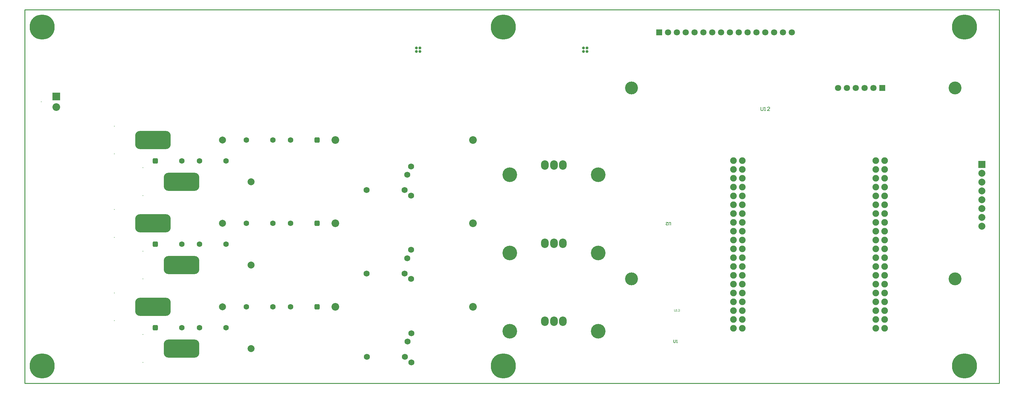
<source format=gbs>
G04 Layer_Color=16711935*
%FSLAX43Y43*%
%MOMM*%
G71*
G01*
G75*
%ADD30C,0.150*%
%ADD37C,0.254*%
%ADD38C,0.178*%
%ADD39C,0.100*%
%ADD92O,2.203X2.703*%
%ADD93C,2.203*%
%ADD94R,0.203X0.203*%
%ADD95C,2.003*%
%ADD96C,1.803*%
%ADD97R,1.803X1.803*%
%ADD98C,1.727*%
%ADD99C,1.903*%
%ADD100C,4.203*%
%ADD101R,2.203X2.203*%
%ADD102R,0.203X0.203*%
%ADD103C,7.203*%
%ADD104R,2.003X2.003*%
%ADD105C,1.603*%
G04:AMPARAMS|DCode=106|XSize=1.603mm|YSize=1.603mm|CornerRadius=0.452mm|HoleSize=0mm|Usage=FLASHONLY|Rotation=0.000|XOffset=0mm|YOffset=0mm|HoleType=Round|Shape=RoundedRectangle|*
%AMROUNDEDRECTD106*
21,1,1.603,0.700,0,0,0.0*
21,1,0.700,1.603,0,0,0.0*
1,1,0.903,0.350,-0.350*
1,1,0.903,-0.350,-0.350*
1,1,0.903,-0.350,0.350*
1,1,0.903,0.350,0.350*
%
%ADD106ROUNDEDRECTD106*%
%ADD107C,3.703*%
%ADD108C,0.803*%
G04:AMPARAMS|DCode=109|XSize=10.203mm|YSize=5.203mm|CornerRadius=1.352mm|HoleSize=0mm|Usage=FLASHONLY|Rotation=180.000|XOffset=0mm|YOffset=0mm|HoleType=Round|Shape=RoundedRectangle|*
%AMROUNDEDRECTD109*
21,1,10.203,2.500,0,0,180.0*
21,1,7.500,5.203,0,0,180.0*
1,1,2.703,-3.750,1.250*
1,1,2.703,3.750,1.250*
1,1,2.703,3.750,-1.250*
1,1,2.703,-3.750,-1.250*
%
%ADD109ROUNDEDRECTD109*%
D30*
X185575Y45525D02*
Y46192D01*
X185442Y46325D01*
X185175D01*
X185042Y46192D01*
Y45525D01*
X184242Y46325D02*
X184775D01*
X184242Y45792D01*
Y45659D01*
X184375Y45525D01*
X184642D01*
X184775Y45659D01*
X186425Y12475D02*
Y11808D01*
X186558Y11675D01*
X186825D01*
X186958Y11808D01*
Y12475D01*
X187225Y11675D02*
X187491D01*
X187358D01*
Y12475D01*
X187225Y12341D01*
D37*
X0Y0D02*
Y107500D01*
X280000D01*
Y0D02*
Y107500D01*
X0Y0D02*
X280000D01*
D38*
X211476Y79508D02*
Y78661D01*
X211645Y78492D01*
X211984D01*
X212153Y78661D01*
Y79508D01*
X212492Y78492D02*
X212830D01*
X212661D01*
Y79508D01*
X212492Y79338D01*
X214015Y78492D02*
X213338D01*
X214015Y79169D01*
Y79338D01*
X213846Y79508D01*
X213507D01*
X213338Y79338D01*
D39*
X186603Y21346D02*
Y20846D01*
X186703Y20746D01*
X186903D01*
X187003Y20846D01*
Y21346D01*
X187203Y20746D02*
X187403D01*
X187303D01*
Y21346D01*
X187203Y21246D01*
X187703D02*
X187803Y21346D01*
X188003D01*
X188103Y21246D01*
Y21146D01*
X188003Y21046D01*
X187903D01*
X188003D01*
X188103Y20946D01*
Y20846D01*
X188003Y20746D01*
X187803D01*
X187703Y20846D01*
D92*
X154550Y62800D02*
D03*
X152000D02*
D03*
X149450D02*
D03*
X154550Y17800D02*
D03*
X152000D02*
D03*
X149450D02*
D03*
X154550Y40300D02*
D03*
X152000D02*
D03*
X149450D02*
D03*
D93*
X128750Y70000D02*
D03*
X89250D02*
D03*
X9000Y79500D02*
D03*
X128750Y22000D02*
D03*
X89250D02*
D03*
X128750Y46000D02*
D03*
X89250D02*
D03*
D94*
X25725Y66000D02*
D03*
Y74000D02*
D03*
X33925Y6000D02*
D03*
Y14000D02*
D03*
Y30000D02*
D03*
Y38000D02*
D03*
Y54000D02*
D03*
Y62000D02*
D03*
X25725Y18000D02*
D03*
Y26000D02*
D03*
Y42000D02*
D03*
Y50000D02*
D03*
D95*
X56800Y70000D02*
D03*
X275000Y60460D02*
D03*
Y57920D02*
D03*
Y55380D02*
D03*
Y52840D02*
D03*
Y50300D02*
D03*
Y47760D02*
D03*
Y45220D02*
D03*
X65000Y10000D02*
D03*
Y34000D02*
D03*
Y58000D02*
D03*
X56800Y22000D02*
D03*
Y46000D02*
D03*
D96*
X236190Y85000D02*
D03*
X241270D02*
D03*
X243810D02*
D03*
X238730D02*
D03*
X233650D02*
D03*
X220350Y101000D02*
D03*
X215270D02*
D03*
X210190D02*
D03*
X207650D02*
D03*
X202570D02*
D03*
X197490D02*
D03*
X192410D02*
D03*
X187330D02*
D03*
X184790D02*
D03*
X189870D02*
D03*
X194950D02*
D03*
X200030D02*
D03*
X205110D02*
D03*
X212730D02*
D03*
X217810D02*
D03*
D97*
X246350Y85000D02*
D03*
X182250Y101000D02*
D03*
D98*
X111000Y54000D02*
D03*
X109880Y59970D02*
D03*
X98200Y55570D02*
D03*
X109120D02*
D03*
X111000Y62380D02*
D03*
X111100Y6000D02*
D03*
X109980Y11970D02*
D03*
X98300Y7570D02*
D03*
X109220D02*
D03*
X111100Y14380D02*
D03*
X111000Y38380D02*
D03*
X109120Y31570D02*
D03*
X98200D02*
D03*
X109880Y35970D02*
D03*
X111000Y30000D02*
D03*
D99*
X244460Y64100D02*
D03*
Y61560D02*
D03*
Y59020D02*
D03*
Y56480D02*
D03*
Y53940D02*
D03*
Y51400D02*
D03*
Y48860D02*
D03*
Y46320D02*
D03*
Y43780D02*
D03*
Y41240D02*
D03*
Y38700D02*
D03*
Y36160D02*
D03*
Y33620D02*
D03*
Y31080D02*
D03*
Y28540D02*
D03*
Y26000D02*
D03*
Y23460D02*
D03*
Y20920D02*
D03*
Y18380D02*
D03*
Y15840D02*
D03*
X247000Y64100D02*
D03*
Y61560D02*
D03*
Y59020D02*
D03*
Y56480D02*
D03*
Y53940D02*
D03*
Y51400D02*
D03*
Y48860D02*
D03*
Y46320D02*
D03*
Y43780D02*
D03*
Y41240D02*
D03*
Y38700D02*
D03*
Y36160D02*
D03*
Y33620D02*
D03*
Y31080D02*
D03*
Y28540D02*
D03*
Y26000D02*
D03*
Y23460D02*
D03*
Y20920D02*
D03*
Y18380D02*
D03*
Y15840D02*
D03*
X206100D02*
D03*
Y18380D02*
D03*
Y20920D02*
D03*
Y23460D02*
D03*
Y26000D02*
D03*
Y28540D02*
D03*
Y31080D02*
D03*
Y33620D02*
D03*
Y36160D02*
D03*
Y38700D02*
D03*
Y41240D02*
D03*
Y43780D02*
D03*
Y46320D02*
D03*
Y48860D02*
D03*
Y51400D02*
D03*
Y53940D02*
D03*
Y56480D02*
D03*
Y59020D02*
D03*
Y61560D02*
D03*
Y64100D02*
D03*
X203560Y15840D02*
D03*
Y18380D02*
D03*
Y20920D02*
D03*
Y23460D02*
D03*
Y26000D02*
D03*
Y28540D02*
D03*
Y31080D02*
D03*
Y33620D02*
D03*
Y36160D02*
D03*
Y38700D02*
D03*
Y41240D02*
D03*
Y43780D02*
D03*
Y46320D02*
D03*
Y48860D02*
D03*
Y51400D02*
D03*
Y53940D02*
D03*
Y56480D02*
D03*
Y59020D02*
D03*
Y61560D02*
D03*
Y64100D02*
D03*
D100*
X164700Y15000D02*
D03*
X139300D02*
D03*
X164700Y60000D02*
D03*
X139300D02*
D03*
X164700Y37500D02*
D03*
X139300D02*
D03*
D101*
X9000Y82500D02*
D03*
D102*
X4680Y81000D02*
D03*
D103*
X137500Y5000D02*
D03*
X270000Y5000D02*
D03*
Y102500D02*
D03*
X5000Y5000D02*
D03*
Y102500D02*
D03*
X137500D02*
D03*
D104*
X275000Y63000D02*
D03*
D105*
X57820Y64000D02*
D03*
X50200D02*
D03*
X45120D02*
D03*
X76380Y22000D02*
D03*
X71300D02*
D03*
X63680D02*
D03*
X57820Y16000D02*
D03*
X50200D02*
D03*
X45120D02*
D03*
X76380Y46000D02*
D03*
X71300D02*
D03*
X63680D02*
D03*
X57820Y40000D02*
D03*
X50200D02*
D03*
X45120D02*
D03*
X76380Y70000D02*
D03*
X71300D02*
D03*
X63680D02*
D03*
D106*
X37500Y64000D02*
D03*
X84000Y22000D02*
D03*
X37500Y16000D02*
D03*
X84000Y46000D02*
D03*
X37500Y40000D02*
D03*
X84000Y70000D02*
D03*
D107*
X174270Y85000D02*
D03*
Y30000D02*
D03*
X267270D02*
D03*
Y85000D02*
D03*
D108*
X112500Y96500D02*
D03*
X113500D02*
D03*
X112500Y95500D02*
D03*
X113500D02*
D03*
X160500Y96500D02*
D03*
X161500D02*
D03*
X160500Y95500D02*
D03*
X161500D02*
D03*
D109*
X36800Y70000D02*
D03*
X45000Y10000D02*
D03*
Y34000D02*
D03*
Y58000D02*
D03*
X36800Y22000D02*
D03*
Y46000D02*
D03*
M02*

</source>
